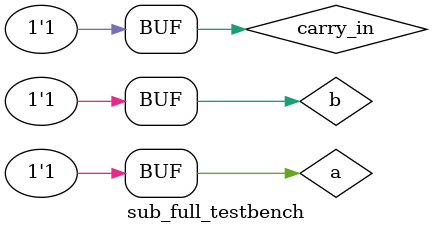
<source format=v>
`define DELAY 20
module sub_full_testbench(); 
reg a, b, carry_in;
wire sub, carry_out;

sub_full aftb (sub, carry_out, a, b, carry_in);

initial begin
a = 1'b0; b = 1'b0; carry_in = 1'b0;
#`DELAY;
a = 1'b0; b = 1'b0; carry_in = 1'b1;
#`DELAY;
a = 1'b0; b = 1'b1; carry_in = 1'b0;
#`DELAY;
a = 1'b0; b = 1'b1; carry_in = 1'b1;
#`DELAY;
a = 1'b1; b = 1'b0; carry_in = 1'b0;
#`DELAY;
a = 1'b1; b = 1'b0; carry_in = 1'b1;
#`DELAY;
a = 1'b1; b = 1'b1; carry_in = 1'b0;
#`DELAY;
a = 1'b1; b = 1'b1; carry_in = 1'b1;
#`DELAY;
end
 
 
initial
begin
$monitor("time = %2d, a =%1b, b=%1b, carry_in=%1b, sub=%1b, carry_out=%1b", $time, a, b, carry_in, sub, carry_out);
end
 
endmodule
</source>
